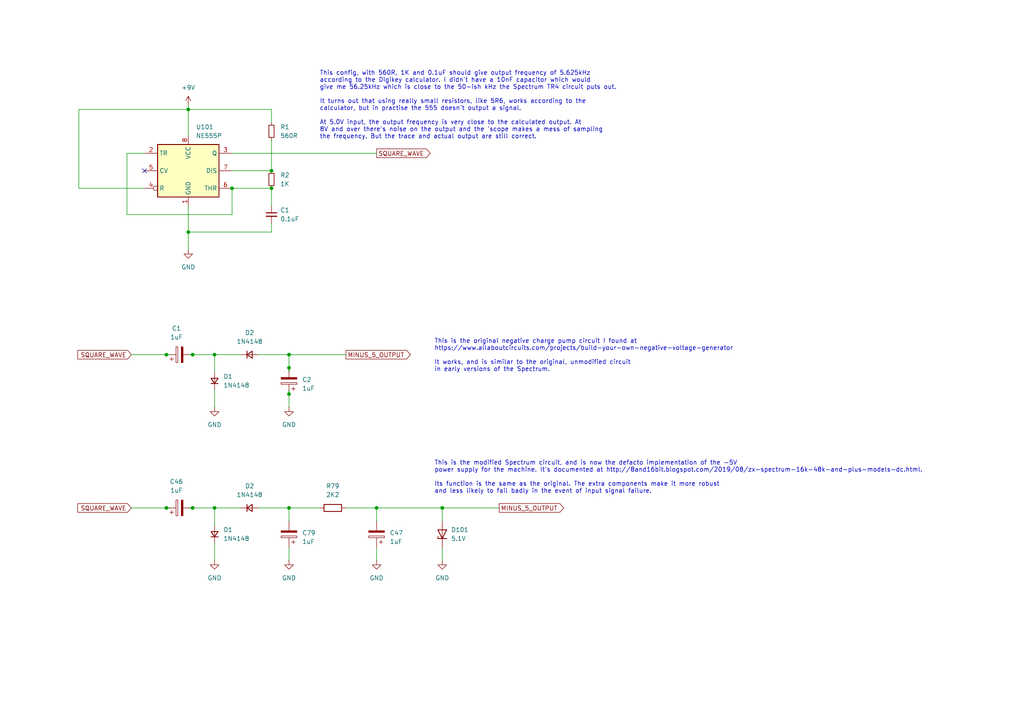
<source format=kicad_sch>
(kicad_sch (version 20231120) (generator "eeschema") (generator_version "8.0")
  (paper "A4")
  (title_block (title "ZX Spectrum -5V Exploration") (date "2024-11-03") (rev "v1.0") (comment 1 "The schematic as documented here isn't intended as the basis for PCB construction.") (comment 2 "I built this on breadboard to experiment with.") (comment 3 "Information Only"))
  (lib_symbols
    (symbol "Device:C_Polarized" (pin_numbers hide) (pin_names (offset 0.254))
      (property "Reference" "C" (at 0.635 2.54 0))
      (property "Value" "C_Polarized" (at 0.635 -2.54 0))
      (symbol "C_Polarized_0_1"
        (rectangle (start -2.286 0.508) (end 2.286 1.016))
        (polyline (pts (xy -1.778 2.286) (xy -0.762 2.286)))
        (polyline (pts (xy -1.27 2.794) (xy -1.27 1.778)))
        (rectangle (start 2.286 -0.508) (end -2.286 -1.016) (fill (type outline)))
      )
      (symbol "C_Polarized_1_1"
        (pin passive line (at 0 3.81 270) (length 2.794) (name "~") (number "1"))
        (pin passive line (at 0 -3.81 90) (length 2.794) (name "~") (number "2"))
      )
    )
    (symbol "Device:C_Small" (pin_numbers hide) (pin_names (offset 0.254) hide)
      (property "Reference" "C" (at 0.254 1.778 0))
      (property "Value" "C_Small" (at 0.254 -2.032 0))
      (symbol "C_Small_0_1"
        (polyline (pts (xy -1.524 -0.508) (xy 1.524 -0.508)) (stroke (width 0.3302)))
        (polyline (pts (xy -1.524 0.508) (xy 1.524 0.508)) (stroke (width 0.3048)))
      )
      (symbol "C_Small_1_1"
        (pin passive line (at 0 2.54 270) (length 2.032) (name "~") (number "1"))
        (pin passive line (at 0 -2.54 90) (length 2.032) (name "~") (number "2"))
      )
    )
    (symbol "Device:D_Small" (pin_numbers hide) (pin_names (offset 0.254) hide)
      (property "Reference" "D" (at -1.27 2.032 0))
      (property "Value" "D_Small" (at -3.81 -2.032 0))
      (symbol "D_Small_0_1"
        (polyline (pts (xy -0.762 -1.016) (xy -0.762 1.016)) (stroke (width 0.254)))
        (polyline (pts (xy -0.762 0) (xy 0.762 0)))
        (polyline (pts (xy 0.762 -1.016) (xy -0.762 0) (xy 0.762 1.016) (xy 0.762 -1.016)) (stroke (width 0.254)))
      )
      (symbol "D_Small_1_1"
        (pin passive line (at -2.54 0 0) (length 1.778) (name "K") (number "1"))
        (pin passive line (at 2.54 0 180) (length 1.778) (name "A") (number "2"))
      )
    )
    (symbol "Device:D_Zener" (pin_numbers hide) (pin_names (offset 1.016) hide)
      (property "Reference" "D" (at 0 2.54 0))
      (property "Value" "D_Zener" (at 0 -2.54 0))
      (symbol "D_Zener_0_1"
        (polyline (pts (xy 1.27 0) (xy -1.27 0)))
        (polyline (pts (xy -1.27 -1.27) (xy -1.27 1.27) (xy -0.762 1.27)) (stroke (width 0.254)))
        (polyline (pts (xy 1.27 -1.27) (xy 1.27 1.27) (xy -1.27 0) (xy 1.27 -1.27)) (stroke (width 0.254)))
      )
      (symbol "D_Zener_1_1"
        (pin passive line (at -3.81 0 0) (length 2.54) (name "K") (number "1"))
        (pin passive line (at 3.81 0 180) (length 2.54) (name "A") (number "2"))
      )
    )
    (symbol "Device:R" (pin_numbers hide) (pin_names (offset 0))
      (property "Reference" "R" (at 2.032 0 90))
      (property "Value" "R" (at 0 0 90))
      (symbol "R_0_1"
        (rectangle (start -1.016 -2.54) (end 1.016 2.54) (stroke (width 0.254)))
      )
      (symbol "R_1_1"
        (pin passive line (at 0 3.81 270) (length 1.27) (name "~") (number "1"))
        (pin passive line (at 0 -3.81 90) (length 1.27) (name "~") (number "2"))
      )
    )
    (symbol "Device:R_Small" (pin_numbers hide) (pin_names (offset 0.254) hide)
      (property "Reference" "R" (at 0.762 0.508 0))
      (property "Value" "R_Small" (at 0.762 -1.016 0))
      (symbol "R_Small_0_1"
        (rectangle (start -0.762 1.778) (end 0.762 -1.778) (stroke (width 0.2032)))
      )
      (symbol "R_Small_1_1"
        (pin passive line (at 0 2.54 270) (length 0.762) (name "~") (number "1"))
        (pin passive line (at 0 -2.54 90) (length 0.762) (name "~") (number "2"))
      )
    )
    (symbol "Timer:NE555P"
      (property "Reference" "U" (at -10.16 8.89 0))
      (property "Value" "NE555P" (at 2.54 8.89 0))
      (symbol "NE555P_0_0"
        (pin power_in line (at 0 -10.16 90) (length 2.54) (name "GND") (number "1"))
        (pin power_in line (at 0 10.16 270) (length 2.54) (name "VCC") (number "8"))
      )
      (symbol "NE555P_0_1"
        (rectangle (start -8.89 -7.62) (end 8.89 7.62) (stroke (width 0.254)) (fill (type background)))
        (rectangle (start -8.89 -7.62) (end 8.89 7.62) (stroke (width 0.254)) (fill (type background)))
      )
      (symbol "NE555P_1_1"
        (pin input line (at -12.7 5.08 0) (length 3.81) (name "TR") (number "2"))
        (pin output line (at 12.7 5.08 180) (length 3.81) (name "Q") (number "3"))
        (pin input inverted (at -12.7 -5.08 0) (length 3.81) (name "R") (number "4"))
        (pin input line (at -12.7 0 0) (length 3.81) (name "CV") (number "5"))
        (pin input line (at 12.7 -5.08 180) (length 3.81) (name "THR") (number "6"))
        (pin input line (at 12.7 0 180) (length 3.81) (name "DIS") (number "7"))
      )
    )
    (symbol "power:+9V" (power) (pin_numbers hide) (pin_names (offset 0) hide)
      (property "Value" "+9V" (at 0 3.556 0))
      (symbol "+9V_0_1"
        (polyline (pts (xy -0.762 1.27) (xy 0 2.54)))
        (polyline (pts (xy 0 0) (xy 0 2.54)))
        (polyline (pts (xy 0 2.54) (xy 0.762 1.27)))
      )
      (symbol "+9V_1_1"
        (pin power_in line (at 0 0 90) (length 0) (name "~") (number "1"))
      )
    )
    (symbol "power:GND" (power) (pin_numbers hide) (pin_names (offset 0) hide)
      (property "Value" "GND" (at 0 -3.81 0))
      (symbol "GND_0_1"
        (polyline (pts (xy 0 0) (xy 0 -1.27) (xy 1.27 -1.27) (xy 0 -2.54) (xy -1.27 -1.27) (xy 0 -1.27)))
      )
      (symbol "GND_1_1"
        (pin power_in line (at 0 0 270) (length 0) (name "~") (number "1"))
      )
    )
  )
  (junction (at 67.31 54.61))
  (junction (at 83.82 106.68))
  (junction (at 78.74 49.53))
  (junction (at 55.88 147.32))
  (junction (at 128.27 147.32))
  (junction (at 55.88 102.87))
  (junction (at 62.23 147.32))
  (junction (at 48.26 102.87))
  (junction (at 83.82 114.3))
  (junction (at 48.26 147.32))
  (junction (at 83.82 102.87))
  (junction (at 54.61 67.31))
  (junction (at 83.82 147.32))
  (junction (at 78.74 54.61))
  (junction (at 54.61 31.75))
  (junction (at 109.22 147.32))
  (junction (at 62.23 102.87))
  (no_connect (at 41.91 49.53))
  (wire (pts (xy 78.74 40.64) (xy 78.74 49.53)))
  (wire (pts (xy 67.31 54.61) (xy 67.31 62.23)))
  (wire (pts (xy 54.61 67.31) (xy 54.61 72.39)))
  (wire (pts (xy 62.23 147.32) (xy 62.23 152.4)))
  (wire (pts (xy 22.86 54.61) (xy 22.86 31.75)))
  (wire (pts (xy 74.93 102.87) (xy 83.82 102.87)))
  (wire (pts (xy 54.61 102.87) (xy 55.88 102.87)))
  (wire (pts (xy 83.82 147.32) (xy 92.71 147.32)))
  (wire (pts (xy 54.61 31.75) (xy 54.61 39.37)))
  (wire (pts (xy 54.61 59.69) (xy 54.61 67.31)))
  (wire (pts (xy 67.31 49.53) (xy 78.74 49.53)))
  (wire (pts (xy 83.82 158.75) (xy 83.82 162.56)))
  (wire (pts (xy 55.88 102.87) (xy 62.23 102.87)))
  (wire (pts (xy 78.74 31.75) (xy 54.61 31.75)))
  (wire (pts (xy 48.26 102.87) (xy 49.53 102.87)))
  (wire (pts (xy 128.27 147.32) (xy 128.27 151.13)))
  (wire (pts (xy 67.31 54.61) (xy 78.74 54.61)))
  (wire (pts (xy 62.23 157.48) (xy 62.23 162.56)))
  (wire (pts (xy 83.82 147.32) (xy 83.82 151.13)))
  (wire (pts (xy 62.23 147.32) (xy 69.85 147.32)))
  (wire (pts (xy 62.23 113.03) (xy 62.23 118.11)))
  (wire (pts (xy 78.74 35.56) (xy 78.74 31.75)))
  (wire (pts (xy 83.82 114.3) (xy 83.82 118.11)))
  (wire (pts (xy 74.93 147.32) (xy 83.82 147.32)))
  (wire (pts (xy 109.22 147.32) (xy 128.27 147.32)))
  (wire (pts (xy 54.61 147.32) (xy 55.88 147.32)))
  (wire (pts (xy 78.74 64.77) (xy 78.74 67.31)))
  (wire (pts (xy 78.74 54.61) (xy 78.74 59.69)))
  (wire (pts (xy 109.22 158.75) (xy 109.22 162.56)))
  (wire (pts (xy 38.1 147.32) (xy 48.26 147.32)))
  (wire (pts (xy 83.82 113.03) (xy 83.82 114.3)))
  (wire (pts (xy 36.83 62.23) (xy 67.31 62.23)))
  (wire (pts (xy 67.31 44.45) (xy 109.22 44.45)))
  (wire (pts (xy 54.61 30.48) (xy 54.61 31.75)))
  (wire (pts (xy 55.88 147.32) (xy 62.23 147.32)))
  (wire (pts (xy 41.91 54.61) (xy 22.86 54.61)))
  (wire (pts (xy 62.23 102.87) (xy 62.23 107.95)))
  (wire (pts (xy 100.33 147.32) (xy 109.22 147.32)))
  (wire (pts (xy 36.83 44.45) (xy 36.83 62.23)))
  (wire (pts (xy 128.27 147.32) (xy 144.78 147.32)))
  (wire (pts (xy 83.82 102.87) (xy 100.33 102.87)))
  (wire (pts (xy 36.83 44.45) (xy 41.91 44.45)))
  (wire (pts (xy 83.82 102.87) (xy 83.82 106.68)))
  (wire (pts (xy 62.23 102.87) (xy 69.85 102.87)))
  (wire (pts (xy 128.27 158.75) (xy 128.27 162.56)))
  (wire (pts (xy 38.1 102.87) (xy 48.26 102.87)))
  (wire (pts (xy 22.86 31.75) (xy 54.61 31.75)))
  (wire (pts (xy 83.82 106.68) (xy 83.82 107.95)))
  (wire (pts (xy 48.26 147.32) (xy 49.53 147.32)))
  (wire (pts (xy 109.22 151.13) (xy 109.22 147.32)))
  (wire (pts (xy 54.61 67.31) (xy 78.74 67.31)))
  (text "This is the modified Spectrum circuit, and is now the defacto implementation of the -5V\npower supply for the machine. It's documented at http://8and16bit.blogspot.com/2019/08/zx-spectrum-16k-48k-and-plus-models-dc.html.\n\nIts function is the same as the original. The extra components make it more robust\nand less likely to fail badly in the event of input signal failure." (at 125.984 138.43 0) (effects (font (size 1.27 1.27)) (justify left)))
  (text "This is the original negative charge pump circuit I found at\nhttps://www.allaboutcircuits.com/projects/build-your-own-negative-voltage-generator\n\nIt works, and is similar to the original, unmodified circuit\nin early versions of the Spectrum." (at 125.984 103.124 0) (effects (font (size 1.27 1.27)) (justify left)))
  (text "This config, with 560R, 1K and 0.1uF should give output frequency of 5.625kHz\naccording to the Digikey calculator. I didn't have a 10nF capacitor which would\ngive me 56.25kHz which is close to the 50-ish kHz the Spectrum TR4 circuit puts out.\n\nIt turns out that using really small resistors, like 5R6, works according to the\ncalculator, but in practise the 555 doesn't output a signal.\n\nAt 5.0V input, the output frequency is very close to the calculated output. At\n8V and over there's noise on the output and the 'scope makes a mess of sampling\nthe frequency. But the trace and actual output are still correct." (at 92.71 30.48 0) (effects (font (size 1.27 1.27)) (justify left)))
  (global_label "SQUARE_WAVE" (shape output) (at 109.22 44.45 0) (property "Intersheetrefs" "${INTERSHEET_REFS}" (effects (hide yes))))
  (global_label "SQUARE_WAVE" (shape input) (at 38.1 147.32 180) (property "Intersheetrefs" "${INTERSHEET_REFS}" (effects (hide yes))))
  (global_label "MINUS_5_OUTPUT" (shape output) (at 144.78 147.32 0) (property "Intersheetrefs" "${INTERSHEET_REFS}" (effects (hide yes))))
  (global_label "SQUARE_WAVE" (shape input) (at 38.1 102.87 180) (property "Intersheetrefs" "${INTERSHEET_REFS}" (effects (hide yes))))
  (global_label "MINUS_5_OUTPUT" (shape output) (at 100.33 102.87 0) (property "Intersheetrefs" "${INTERSHEET_REFS}" (effects (hide yes))))
  (symbol (lib_id "Device:C_Small") (at 78.74 62.23 0) (unit 1)
    (property "Reference" "C1" (at 81.28 60.9662 0) (effects (justify left)))
    (property "Value" "0.1uF" (at 81.28 63.5062 0) (effects (justify left)))
    (property "Description" "Unpolarized capacitor, small symbol" (effects (hide yes)))
  )
  (symbol (lib_id "power:GND") (at 62.23 162.56 0) (unit 1)
    (property "Reference" "#PWR0105" (effects (hide yes)))
    (property "Value" "GND" (at 62.23 167.64 0))
    (property "Description" "Power symbol creates a global label with name \"GND\" , ground" (effects (hide yes)))
  )
  (symbol (lib_id "power:GND") (at 62.23 118.11 0) (unit 1)
    (property "Reference" "#PWR0103" (effects (hide yes)))
    (property "Value" "GND" (at 62.23 123.19 0))
    (property "Description" "Power symbol creates a global label with name \"GND\" , ground" (effects (hide yes)))
  )
  (symbol (lib_id "Device:D_Small") (at 72.39 147.32 0) (unit 1)
    (property "Reference" "D2" (at 72.39 140.97 0))
    (property "Value" "1N4148" (at 72.39 143.51 0))
    (property "Description" "Diode, small symbol" (effects (hide yes)))
    (property "Sim.Device" "D" (effects (hide yes)))
    (property "Sim.Pins" "1=K 2=A" (effects (hide yes)))
  )
  (symbol (lib_id "Timer:NE555P") (at 54.61 49.53 0) (unit 1)
    (property "Reference" "U101" (at 56.8041 36.83 0) (effects (justify left)))
    (property "Value" "NE555P" (at 56.8041 39.37 0) (effects (justify left)))
    (property "Footprint" "Package_DIP:DIP-8_W7.62mm" (effects (hide yes)))
    (property "Datasheet" "http://www.ti.com/lit/ds/symlink/ne555.pdf" (effects (hide yes)))
    (property "Description" "Precision Timers, 555 compatible,  PDIP-8" (effects (hide yes)))
  )
  (symbol (lib_id "Device:D_Small") (at 62.23 154.94 90) (unit 1)
    (property "Reference" "D1" (at 64.77 153.6699 90) (effects (justify right)))
    (property "Value" "1N4148" (at 64.77 156.2099 90) (effects (justify right)))
    (property "Description" "Diode, small symbol" (effects (hide yes)))
    (property "Sim.Device" "D" (effects (hide yes)))
    (property "Sim.Pins" "1=K 2=A" (effects (hide yes)))
  )
  (symbol (lib_id "Device:R_Small") (at 78.74 38.1 0) (unit 1)
    (property "Reference" "R1" (at 81.28 36.8299 0) (effects (justify left)))
    (property "Value" "560R" (at 81.28 39.3699 0) (effects (justify left)))
    (property "Description" "Resistor, small symbol" (effects (hide yes)))
  )
  (symbol (lib_id "Device:D_Small") (at 72.39 102.87 0) (unit 1)
    (property "Reference" "D2" (at 72.39 96.52 0))
    (property "Value" "1N4148" (at 72.39 99.06 0))
    (property "Description" "Diode, small symbol" (effects (hide yes)))
    (property "Sim.Device" "D" (effects (hide yes)))
    (property "Sim.Pins" "1=K 2=A" (effects (hide yes)))
  )
  (symbol (lib_id "Device:C_Polarized") (at 109.22 154.94 180) (unit 1)
    (property "Reference" "C47" (at 113.03 154.5589 0) (effects (justify right)))
    (property "Value" "1uF" (at 113.03 157.0989 0) (effects (justify right)))
    (property "Description" "Polarized capacitor" (effects (hide yes)))
  )
  (symbol (lib_id "Device:R_Small") (at 78.74 52.07 0) (unit 1)
    (property "Reference" "R2" (at 81.28 50.7999 0) (effects (justify left)))
    (property "Value" "1K" (at 81.28 53.3399 0) (effects (justify left)))
    (property "Description" "Resistor, small symbol" (effects (hide yes)))
  )
  (symbol (lib_id "power:+9V") (at 54.61 30.48 0) (unit 1)
    (property "Reference" "#PWR0102" (effects (hide yes)))
    (property "Value" "+9V" (at 54.61 25.4 0))
    (property "Description" "Power symbol creates a global label with name \"+9V\"" (effects (hide yes)))
  )
  (symbol (lib_id "Device:C_Polarized") (at 52.07 147.32 90) (unit 1)
    (property "Reference" "C46" (at 51.181 139.7 90))
    (property "Value" "1uF" (at 51.181 142.24 90))
    (property "Description" "Polarized capacitor" (effects (hide yes)))
  )
  (symbol (lib_id "Device:D_Small") (at 62.23 110.49 90) (unit 1)
    (property "Reference" "D1" (at 64.77 109.2199 90) (effects (justify right)))
    (property "Value" "1N4148" (at 64.77 111.7599 90) (effects (justify right)))
    (property "Description" "Diode, small symbol" (effects (hide yes)))
    (property "Sim.Device" "D" (effects (hide yes)))
    (property "Sim.Pins" "1=K 2=A" (effects (hide yes)))
  )
  (symbol (lib_id "power:GND") (at 128.27 162.56 0) (unit 1)
    (property "Reference" "#PWR0108" (effects (hide yes)))
    (property "Value" "GND" (at 128.27 167.64 0))
    (property "Description" "Power symbol creates a global label with name \"GND\" , ground" (effects (hide yes)))
  )
  (symbol (lib_id "Device:C_Polarized") (at 52.07 102.87 90) (unit 1)
    (property "Reference" "C1" (at 51.181 95.25 90))
    (property "Value" "1uF" (at 51.181 97.79 90))
    (property "Description" "Polarized capacitor" (effects (hide yes)))
  )
  (symbol (lib_id "power:GND") (at 54.61 72.39 0) (unit 1)
    (property "Reference" "#PWR0101" (effects (hide yes)))
    (property "Value" "GND" (at 54.61 77.47 0))
    (property "Description" "Power symbol creates a global label with name \"GND\" , ground" (effects (hide yes)))
  )
  (symbol (lib_id "Device:C_Polarized") (at 83.82 110.49 180) (unit 1)
    (property "Reference" "C2" (at 87.63 110.1089 0) (effects (justify right)))
    (property "Value" "1uF" (at 87.63 112.6489 0) (effects (justify right)))
    (property "Description" "Polarized capacitor" (effects (hide yes)))
  )
  (symbol (lib_id "power:GND") (at 83.82 118.11 0) (unit 1)
    (property "Reference" "#PWR0104" (effects (hide yes)))
    (property "Value" "GND" (at 83.82 123.19 0))
    (property "Description" "Power symbol creates a global label with name \"GND\" , ground" (effects (hide yes)))
  )
  (symbol (lib_id "Device:C_Polarized") (at 83.82 154.94 180) (unit 1)
    (property "Reference" "C79" (at 87.63 154.5589 0) (effects (justify right)))
    (property "Value" "1uF" (at 87.63 157.0989 0) (effects (justify right)))
    (property "Description" "Polarized capacitor" (effects (hide yes)))
  )
  (symbol (lib_id "power:GND") (at 109.22 162.56 0) (unit 1)
    (property "Reference" "#PWR0107" (effects (hide yes)))
    (property "Value" "GND" (at 109.22 167.64 0))
    (property "Description" "Power symbol creates a global label with name \"GND\" , ground" (effects (hide yes)))
  )
  (symbol (lib_id "Device:D_Zener") (at 128.27 154.94 90) (unit 1)
    (property "Reference" "D101" (at 130.81 153.6699 90) (effects (justify right)))
    (property "Value" "5.1V" (at 130.81 156.2099 90) (effects (justify right)))
    (property "Description" "Zener diode" (effects (hide yes)))
  )
  (symbol (lib_id "power:GND") (at 83.82 162.56 0) (unit 1)
    (property "Reference" "#PWR0106" (effects (hide yes)))
    (property "Value" "GND" (at 83.82 167.64 0))
    (property "Description" "Power symbol creates a global label with name \"GND\" , ground" (effects (hide yes)))
  )
  (symbol (lib_id "Device:R") (at 96.52 147.32 270) (unit 1)
    (property "Reference" "R79" (at 96.52 140.97 90))
    (property "Value" "2K2" (at 96.52 143.51 90))
    (property "Description" "Resistor" (effects (hide yes)))
  )
)
</source>
